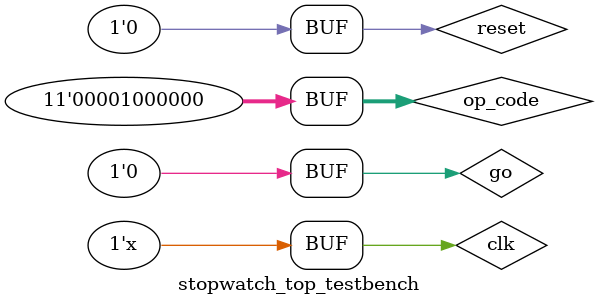
<source format=v>
`timescale 1ns / 1ps


module stopwatch_top_testbench;
reg clk;
reg reset;//button
reg go;//button
reg [10:0]op_code;
wire [39:0] display;
stopwatch_top UUT(clk,reset,go,op_code,display);

initial begin
clk=0;reset=0;go=0;op_code=0;
#1500 op_code=11'b00001000000;
//#600 reset=1;
//#10 reset=0;
#500 go=1;
#10 go=0;
end

always
#2 clk=~clk;
endmodule


</source>
